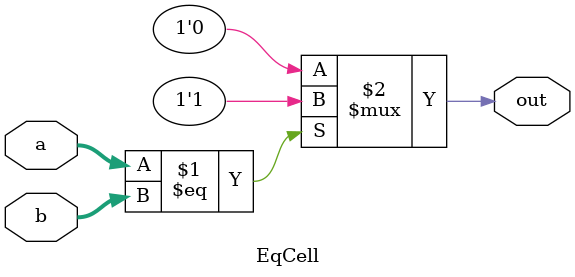
<source format=v>
module EqCell( a, b, out);

	input [3:0] a;
	input [3:0] b;
	output out;
	wire out;

	assign out = a == b ? 1'b1 : 1'b0;

	//assign out = a & b & c;
	//assign out = AND(a, b, c);
  	//and(out, a,b,c);

endmodule

</source>
